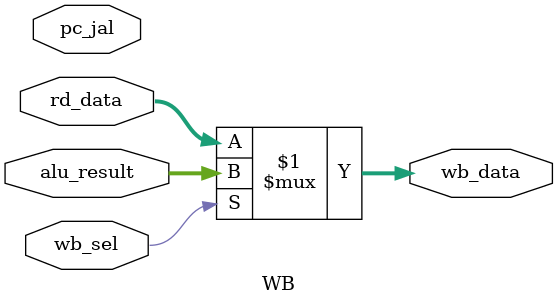
<source format=v>
module WB(wb_sel, rd_data, alu_result, wb_data, pc_jal);

input wire wb_sel;
input wire [15:0] rd_data, alu_result, pc_jal;

output wire [15:0] wb_data;

assign wb_data = (wb_sel) ? alu_result : rd_data;

endmodule
</source>
